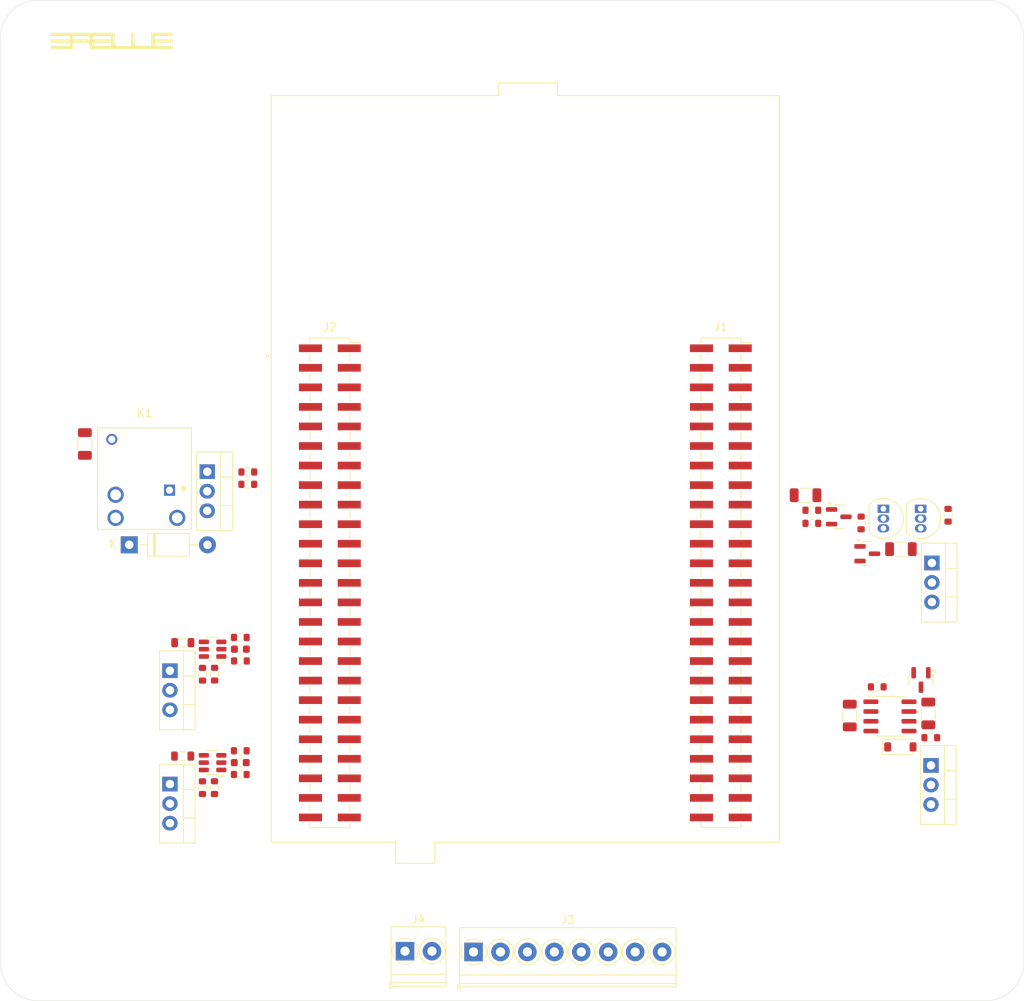
<source format=kicad_pcb>
(kicad_pcb (version 20240108) (generator "pcbnew") (generator_version "8.0")
  (layers (0 "F.Cu" signal) (31 "B.Cu" signal) (34 "B.Paste" user) (35 "F.Paste" user) (36 "B.SilkS" user "B.Silkscreen") (37 "F.SilkS" user "F.Silkscreen") (38 "B.Mask" user) (39 "F.Mask" user) (44 "Edge.Cuts" user))
  (net 0 "")
  (net 1 "+12V")
  (net 2 "GND")
  (net 3 "PA10")
  (net 4 "Net-(D4-K)")
  (net 5 "Net-(Q22-C)")
  (net 6 "Net-(D1-A)")
  (net 7 "PA8")
  (net 8 "PB1")
  (net 9 "PB0")
  (net 10 "LOAD1")
  (net 12 "LOAD8")
  (net 13 "+5V")
  (net 14 "LOAD2")
  (net 15 "Net-(Q3-G)")
  (net 16 "LOAD3")
  (net 17 "LOAD4")
  (net 18 "Net-(Q4-G)")
  (net 19 "LOAD5")
  (net 20 "LOAD6")
  (net 21 "Net-(Q14-G)")
  (net 22 "Net-(Q21-E)")
  (net 23 "Net-(Q24-G)")
  (net 24 "LOAD7")
  (net 25 "Net-(U3-VSS)")
  (net 27 "Net-(U3-HS)")
  (net 28 "Net-(U4-GND)")
  (net 29 "Net-(U4-IN-)")
  (net 30 "Net-(U4-OUT_SRC)")
  (net 31 "Net-(U4-IN+)")
  (net 32 "Net-(U4-OUT_SNK)")
  (net 33 "Net-(U5-IN-)")
  (net 34 "Net-(U5-IN+)")
  (net 35 "Net-(U5-GND)")
  (net 36 "Net-(U5-OUT_SNK)")
  (net 37 "Net-(U5-OUT_SRC)")
  (net 38 "PA2")
  (net 39 "Net-(D2-K)")
  (net 40 "Net-(D2-A)")
  (net 41 "Net-(D3-A)")
  (net 42 "Net-(D3-K)")
  (net 43 "Net-(Q2-B)")
  (net 44 "Net-(Q2-C)")
  (net 45 "Net-(Q2-E)")
  (footprint "Package_TO_SOT_THT:TO-92_Inline" (layer "F.Cu") (at 283.755 133.42 -90)
    (property "Reference" "Q21")
    (property "Value" "2N3904")
    (pad "1" thru_hole rect (at 0 0 270) (size 1.05 1.5) (drill 0.75) (layers "*.Cu" "*.Mask") (net 22 "Net-(Q21-E)"))
    (pad "2" thru_hole oval (at 1.27 0 270) (size 1.05 1.5) (drill 0.75) (layers "*.Cu" "*.Mask") (net 44 "Net-(Q2-C)"))
    (pad "3" thru_hole oval (at 2.54 0 270) (size 1.05 1.5) (drill 0.75) (layers "*.Cu" "*.Mask") (net 4 "Net-(D4-K)"))
  )
  (footprint "Resistor_SMD:R_0603_1608Metric" (layer "F.Cu") (at 196.855 154.905 90)
    (property "Reference" "R14")
    (property "Value" "0.35")
    (pad "1" smd roundrect (at -0.825 0 90) (size 0.8 0.95) (layers "F.Cu" "F.Paste" "F.Mask") (net 18 "Net-(Q4-G)"))
    (pad "2" smd roundrect (at 0.825 0 90) (size 0.8 0.95) (layers "F.Cu" "F.Paste" "F.Mask") (net 36 "Net-(U5-OUT_SNK)"))
  )
  (footprint "Capacitor_SMD:C_1206_3216Metric" (layer "F.Cu") (at 273.635 131.66 180)
    (property "Reference" "C3")
    (property "Value" "220p")
    (pad "1" smd roundrect (at -1.475 0 180) (size 1.15 1.8) (layers "F.Cu" "F.Paste" "F.Mask") (roundrect_rratio 0.217391) (net 43 "Net-(Q2-B)"))
    (pad "2" smd roundrect (at 1.475 0 180) (size 1.15 1.8) (layers "F.Cu" "F.Paste" "F.Mask") (roundrect_rratio 0.217391) (net 3 "PA10"))
  )
  (footprint "Package_TO_SOT_SMD:SOT-23" (layer "F.Cu") (at 277.955 134.46)
    (property "Reference" "Q2")
    (property "Value" "MMBT2222A")
    (pad "1" smd roundrect (at -0.9375 -0.95) (size 1.475 0.6) (layers "F.Cu" "F.Paste" "F.Mask") (net 43 "Net-(Q2-B)"))
    (pad "2" smd roundrect (at -0.9375 0.95) (size 1.475 0.6) (layers "F.Cu" "F.Paste" "F.Mask") (net 45 "Net-(Q2-E)"))
    (pad "3" smd roundrect (at 0.9375 0) (size 1.475 0.6) (layers "F.Cu" "F.Paste" "F.Mask") (net 44 "Net-(Q2-C)"))
  )
  (footprint "Package_TO_SOT_THT:TO-220-3_Vertical" (layer "F.Cu") (at 191.055 169.19 -90)
    (property "Reference" "Q3")
    (property "Value" "IRLZ44N")
    (pad "1" thru_hole rect (at 0 0 270) (size 1.905 2) (drill 1.1) (layers "*.Cu" "*.Mask") (net 15 "Net-(Q3-G)"))
    (pad "2" thru_hole oval (at 2.54 0 270) (size 1.905 2) (drill 1.1) (layers "*.Cu" "*.Mask") (net 16 "LOAD3"))
    (pad "3" thru_hole oval (at 5.08 0 270) (size 1.905 2) (drill 1.1) (layers "*.Cu" "*.Mask") (net 2 "GND"))
  )
  (footprint "Capacitor_SMD:C_0603_1608Metric" (layer "F.Cu") (at 200.21 151.66)
    (property "Reference" "C4")
    (property "Value" "1u")
    (pad "1" smd roundrect (at -0.775 0) (size 0.9 0.95) (layers "F.Cu" "F.Paste" "F.Mask") (net 35 "Net-(U5-GND)"))
    (pad "2" smd roundrect (at 0.775 0) (size 0.9 0.95) (layers "F.Cu" "F.Paste" "F.Mask") (net 2 "GND"))
  )
  (footprint "Capacitor_SMD:C_1206_3216Metric" (layer "F.Cu") (at 180 125 -90)
    (property "Reference" "C1")
    (property "Value" "2u2")
    (pad "1" smd roundrect (at -1.475 0 270) (size 1.15 1.8) (layers "F.Cu" "F.Paste" "F.Mask") (roundrect_rratio 0.217391) (net 1 "+12V"))
    (pad "2" smd roundrect (at 1.475 0 270) (size 1.15 1.8) (layers "F.Cu" "F.Paste" "F.Mask") (roundrect_rratio 0.217391) (net 2 "GND"))
  )
  (footprint "Package_TO_SOT_THT:TO-220-3_Vertical" (layer "F.Cu") (at 195.9 128.6 -90)
    (property "Reference" "Q14")
    (property "Value" "IRLZ44N")
    (pad "1" thru_hole rect (at 0 0 270) (size 1.905 2) (drill 1.1) (layers "*.Cu" "*.Mask") (net 21 "Net-(Q14-G)"))
    (pad "2" thru_hole oval (at 2.54 0 270) (size 1.905 2) (drill 1.1) (layers "*.Cu" "*.Mask") (net 6 "Net-(D1-A)"))
    (pad "3" thru_hole oval (at 5.08 0 270) (size 1.905 2) (drill 1.1) (layers "*.Cu" "*.Mask") (net 2 "GND"))
  )
  (footprint "Resistor_SMD:R_0603_1608Metric" (layer "F.Cu") (at 200.1925 164.86)
    (property "Reference" "R2")
    (property "Value" "33k")
    (pad "1" smd roundrect (at -0.825 0) (size 0.8 0.95) (layers "F.Cu" "F.Paste" "F.Mask") (net 31 "Net-(U4-IN+)"))
    (pad "2" smd roundrect (at 0.825 0) (size 0.8 0.95) (layers "F.Cu" "F.Paste" "F.Mask") (net 2 "GND"))
  )
  (footprint "Resistor_SMD:R_0603_1608Metric" (layer "F.Cu") (at 274.455 133.61)
    (property "Reference" "R22")
    (property "Value" "2k2")
    (pad "1" smd roundrect (at -0.825 0) (size 0.8 0.95) (layers "F.Cu" "F.Paste" "F.Mask") (net 3 "PA10"))
    (pad "2" smd roundrect (at 0.825 0) (size 0.8 0.95) (layers "F.Cu" "F.Paste" "F.Mask") (net 43 "Net-(Q2-B)"))
  )
  (footprint "TerminalBlock_Phoenix:TerminalBlock_Phoenix_PT-1,5-2-3.5-H_1x02_P3.50mm_Horizontal" (layer "F.Cu") (at 221.6 190.9)
    (property "Reference" "J4" (at 1.75 -4.16 0) (layer "F.SilkS"))
    (property "Value" "Screw_Terminal_01x02")
    (pad "1" thru_hole rect (at 0 0) (size 2.4 2.4) (drill 1.2) (layers "*.Cu" "*.Mask") (net 13 "+5V"))
    (pad "2" thru_hole circle (at 3.5 0) (size 2.4 2.4) (drill 1.2) (layers "*.Cu" "*.Mask") (net 2 "GND"))
  )
  (footprint "Resistor_SMD:R_0603_1608Metric" (layer "F.Cu") (at 195.285 154.915 90)
    (property "Reference" "R13")
    (property "Value" "0.85")
    (pad "1" smd roundrect (at -0.825 0 90) (size 0.8 0.95) (layers "F.Cu" "F.Paste" "F.Mask") (net 18 "Net-(Q4-G)"))
    (pad "2" smd roundrect (at 0.825 0 90) (size 0.8 0.95) (layers "F.Cu" "F.Paste" "F.Mask") (net 37 "Net-(U5-OUT_SRC)"))
  )
  (footprint "Package_TO_SOT_THT:TO-220-3_Vertical" (layer "F.Cu") (at 191.055 154.46 -90)
    (property "Reference" "Q4")
    (property "Value" "IRLZ44N")
    (pad "1" thru_hole rect (at 0 0 270) (size 1.905 2) (drill 1.1) (layers "*.Cu" "*.Mask") (net 18 "Net-(Q4-G)"))
    (pad "2" thru_hole oval (at 2.54 0 270) (size 1.905 2) (drill 1.1) (layers "*.Cu" "*.Mask") (net 17 "LOAD4"))
    (pad "3" thru_hole oval (at 5.08 0 270) (size 1.905 2) (drill 1.1) (layers "*.Cu" "*.Mask") (net 2 "GND"))
  )
  (footprint "Resistor_SMD:R_0603_1608Metric" (layer "F.Cu") (at 201.17 130.24)
    (property "Reference" "R3")
    (property "Value" "10k")
    (pad "1" smd roundrect (at -0.825 0) (size 0.8 0.95) (layers "F.Cu" "F.Paste" "F.Mask") (net 21 "Net-(Q14-G)"))
    (pad "2" smd roundrect (at 0.825 0) (size 0.8 0.95) (layers "F.Cu" "F.Paste" "F.Mask") (net 2 "GND"))
  )
  (footprint "Connector_PinSocket_2.54mm:PinSocket_2x25_P2.54mm_Vertical_SMD" (layer "F.Cu") (at 262.6325 143.0425)
    (property "Reference" "J1" (at 0 -33.25 0) (layer "F.SilkS"))
    (property "Value" "Conn_02x25_Odd_Even")
    (pad "1" smd rect (at 2.52 -30.48) (size 3 1) (layers "F.Cu" "F.Paste" "F.Mask"))
    (pad "2" smd rect (at -2.52 -30.48) (size 3 1) (layers "F.Cu" "F.Paste" "F.Mask"))
    (pad "3" smd rect (at 2.52 -27.94) (size 3 1) (layers "F.Cu" "F.Paste" "F.Mask"))
    (pad "4" smd rect (at -2.52 -27.94) (size 3 1) (layers "F.Cu" "F.Paste" "F.Mask"))
    (pad "5" smd rect (at 2.52 -25.4) (size 3 1) (layers "F.Cu" "F.Paste" "F.Mask"))
    (pad "6" smd rect (at -2.52 -25.4) (size 3 1) (layers "F.Cu" "F.Paste" "F.Mask"))
    (pad "7" smd rect (at 2.52 -22.86) (size 3 1) (layers "F.Cu" "F.Paste" "F.Mask"))
    (pad "8" smd rect (at -2.52 -22.86) (size 3 1) (layers "F.Cu" "F.Paste" "F.Mask"))
    (pad "9" smd rect (at 2.52 -20.32) (size 3 1) (layers "F.Cu" "F.Paste" "F.Mask"))
    (pad "10" smd rect (at -2.52 -20.32) (size 3 1) (layers "F.Cu" "F.Paste" "F.Mask"))
    (pad "11" smd rect (at 2.52 -17.78) (size 3 1) (layers "F.Cu" "F.Paste" "F.Mask"))
    (pad "12" smd rect (at -2.52 -17.78) (size 3 1) (layers "F.Cu" "F.Paste" "F.Mask"))
    (pad "13" smd rect (at 2.52 -15.24) (size 3 1) (layers "F.Cu" "F.Paste" "F.Mask"))
    (pad "14" smd rect (at -2.52 -15.24) (size 3 1) (layers "F.Cu" "F.Paste" "F.Mask"))
    (pad "15" smd rect (at 2.52 -12.7) (size 3 1) (layers "F.Cu" "F.Paste" "F.Mask"))
    (pad "16" smd rect (at -2.52 -12.7) (size 3 1) (layers "F.Cu" "F.Paste" "F.Mask"))
    (pad "17" smd rect (at 2.52 -10.16) (size 3 1) (layers "F.Cu" "F.Paste" "F.Mask"))
    (pad "18" smd rect (at -2.52 -10.16) (size 3 1) (layers "F.Cu" "F.Paste" "F.Mask"))
    (pad "19" smd rect (at 2.52 -7.62) (size 3 1) (layers "F.Cu" "F.Paste" "F.Mask"))
    (pad "20" smd rect (at -2.52 -7.62) (size 3 1) (layers "F.Cu" "F.Paste" "F.Mask"))
    (pad "21" smd rect (at 2.52 -5.08) (size 3 1) (layers "F.Cu" "F.Paste" "F.Mask"))
    (pad "22" smd rect (at -2.52 -5.08) (size 3 1) (layers "F.Cu" "F.Paste" "F.Mask"))
    (pad "23" smd rect (at 2.52 -2.54) (size 3 1) (layers "F.Cu" "F.Paste" "F.Mask"))
    (pad "24" smd rect (at -2.52 -2.54) (size 3 1) (layers "F.Cu" "F.Paste" "F.Mask"))
    (pad "25" smd rect (at 2.52 0) (size 3 1) (layers "F.Cu" "F.Paste" "F.Mask"))
    (pad "26" smd rect (at -2.52 0) (size 3 1) (layers "F.Cu" "F.Paste" "F.Mask"))
    (pad "27" smd rect (at 2.52 2.54) (size 3 1) (layers "F.Cu" "F.Paste" "F.Mask"))
    (pad "28" smd rect (at -2.52 2.54) (size 3 1) (layers "F.Cu" "F.Paste" "F.Mask"))
    (pad "29" smd rect (at 2.52 5.08) (size 3 1) (layers "F.Cu" "F.Paste" "F.Mask"))
    (pad "30" smd rect (at -2.52 5.08) (size 3 1) (layers "F.Cu" "F.Paste" "F.Mask"))
    (pad "31" smd rect (at 2.52 7.62) (size 3 1) (layers "F.Cu" "F.Paste" "F.Mask"))
    (pad "32" smd rect (at -2.52 7.62) (size 3 1) (layers "F.Cu" "F.Paste" "F.Mask"))
    (pad "33" smd rect (at 2.52 10.16) (size 3 1) (layers "F.Cu" "F.Paste" "F.Mask"))
    (pad "34" smd rect (at -2.52 10.16) (size 3 1) (layers "F.Cu" "F.Paste" "F.Mask"))
    (pad "35" smd rect (at 2.52 12.7) (size 3 1) (layers "F.Cu" "F.Paste" "F.Mask"))
    (pad "36" smd rect (at -2.52 12.7) (size 3 1) (layers "F.Cu" "F.Paste" "F.Mask"))
    (pad "37" smd rect (at 2.52 15.24) (size 3 1) (layers "F.Cu" "F.Paste" "F.Mask"))
    (pad "38" smd rect (at -2.52 15.24) (size 3 1) (layers "F.Cu" "F.Paste" "F.Mask"))
    (pad "39" smd rect (at 2.52 17.78) (size 3 1) (layers "F.Cu" "F.Paste" "F.Mask"))
    (pad "40" smd rect (at -2.52 17.78) (size 3 1) (layers "F.Cu" "F.Paste" "F.Mask"))
    (pad "41" smd rect (at 2.52 20.32) (size 3 1) (layers "F.Cu" "F.Paste" "F.Mask"))
    (pad "42" smd rect (at -2.52 20.32) (size 3 1) (layers "F.Cu" "F.Paste" "F.Mask"))
    (pad "43" smd rect (at 2.52 22.86) (size 3 1) (layers "F.Cu" "F.Paste" "F.Mask"))
    (pad "44" smd rect (at -2.52 22.86) (size 3 1) (layers "F.Cu" "F.Paste" "F.Mask"))
    (pad "45" smd rect (at 2.52 25.4) (size 3 1) (layers "F.Cu" "F.Paste" "F.Mask"))
    (pad "46" smd rect (at -2.52 25.4) (size 3 1) (layers "F.Cu" "F.Paste" "F.Mask"))
    (pad "47" smd rect (at 2.52 27.94) (size 3 1) (layers "F.Cu" "F.Paste" "F.Mask"))
    (pad "48" smd rect (at -2.52 27.94) (size 3 1) (layers "F.Cu" "F.Paste" "F.Mask"))
    (pad "49" smd rect (at 2.52 30.48) (size 3 1) (layers "F.Cu" "F.Paste" "F.Mask"))
    (pad "50" smd rect (at -2.52 30.48) (size 3 1) (layers "F.Cu" "F.Paste" "F.Mask"))
  )
  (footprint "Resistor_SMD:R_0603_1608Metric" (layer "F.Cu") (at 200.1925 167.94)
    (property "Reference" "R4")
    (property "Value" "33k")
    (pad "1" smd roundrect (at -0.825 0) (size 0.8 0.95) (layers "F.Cu" "F.Paste" "F.Mask") (net 29 "Net-(U4-IN-)"))
    (pad "2" smd roundrect (at 0.825 0) (size 0.8 0.95) (layers "F.Cu" "F.Paste" "F.Mask") (net 9 "PB0"))
  )
  (footprint "Package_TO_SOT_SMD:SOT-23-6" (layer "F.Cu") (at 196.6 151.66 180)
    (property "Reference" "U5")
    (property "Value" "1EDN7550B")
    (pad "1" smd roundrect (at -1.1375 -0.95 180) (size 1.325 0.6) (layers "F.Cu" "F.Paste" "F.Mask") (net 33 "Net-(U5-IN-)"))
    (pad "2" smd roundrect (at -1.1375 0 180) (size 1.325 0.6) (layers "F.Cu" "F.Paste" "F.Mask") (net 35 "Net-(U5-GND)"))
    (pad "3" smd roundrect (at -1.1375 0.95 180) (size 1.325 0.6) (layers "F.Cu" "F.Paste" "F.Mask") (net 34 "Net-(U5-IN+)"))
    (pad "4" smd roundrect (at 1.1375 0.95 180) (size 1.325 0.6) (layers "F.Cu" "F.Paste" "F.Mask") (net 2 "GND"))
    (pad "5" smd roundrect (at 1.1375 0 180) (size 1.325 0.6) (layers "F.Cu" "F.Paste" "F.Mask") (net 37 "Net-(U5-OUT_SRC)"))
    (pad "6" smd roundrect (at 1.1375 -0.95 180) (size 1.325 0.6) (layers "F.Cu" "F.Paste" "F.Mask") (net 36 "Net-(U5-OUT_SNK)"))
  )
  (footprint "test:V23086C1001A403" (layer "F.Cu") (at 187.75 129.5)
    (property "Reference" "K1" (at 0 -8.5 0) (layer "F.SilkS") (effects (font (size 1.003953 1.003953))))
    (property "Value" "V23086C1001A403")
    (pad "1" thru_hole rect (at 3.25 1.5) (size 1.438 1.438) (drill 0.93) (layers "*.Cu" "*.Mask") (net 6 "Net-(D1-A)"))
    (pad "2" thru_hole circle (at -4.25 -5.1) (size 1.438 1.438) (drill 0.93) (layers "*.Cu" "*.Mask") (net 1 "+12V"))
    (pad "3" thru_hole circle (at -3.75 5.1) (size 2.1 2.1) (drill 1.4) (layers "*.Cu" "*.Mask"))
    (pad "4" thru_hole circle (at 4.25 5.1) (size 2.1 2.1) (drill 1.4) (layers "*.Cu" "*.Mask") (net 1 "+12V"))
    (pad "5" thru_hole circle (at -3.75 2.1) (size 2.1 2.1) (drill 1.4) (layers "*.Cu" "*.Mask") (net 12 "LOAD8"))
  )
  (footprint "Connector_PinSocket_2.54mm:PinSocket_2x25_P2.54mm_Vertical_SMD" (layer "F.Cu") (at 211.8325 143.0425)
    (property "Reference" "J2" (at 0 -33.25 0) (layer "F.SilkS"))
    (property "Value" "Conn_02x25_Odd_Even")
    (pad "1" smd rect (at 2.52 -30.48) (size 3 1) (layers "F.Cu" "F.Paste" "F.Mask"))
    (pad "2" smd rect (at -2.52 -30.48) (size 3 1) (layers "F.Cu" "F.Paste" "F.Mask"))
    (pad "3" smd rect (at 2.52 -27.94) (size 3 1) (layers "F.Cu" "F.Paste" "F.Mask"))
    (pad "4" smd rect (at -2.52 -27.94) (size 3 1) (layers "F.Cu" "F.Paste" "F.Mask"))
    (pad "5" smd rect (at 2.52 -25.4) (size 3 1) (layers "F.Cu" "F.Paste" "F.Mask"))
    (pad "6" smd rect (at -2.52 -25.4) (size 3 1) (layers "F.Cu" "F.Paste" "F.Mask"))
    (pad "7" smd rect (at 2.52 -22.86) (size 3 1) (layers "F.Cu" "F.Paste" "F.Mask"))
    (pad "8" smd rect (at -2.52 -22.86) (size 3 1) (layers "F.Cu" "F.Paste" "F.Mask"))
    (pad "9" smd rect (at 2.52 -20.32) (size 3 1) (layers "F.Cu" "F.Paste" "F.Mask"))
    (pad "10" smd rect (at -2.52 -20.32) (size 3 1) (layers "F.Cu" "F.Paste" "F.Mask"))
    (pad "11" smd rect (at 2.52 -17.78) (size 3 1) (layers "F.Cu" "F.Paste" "F.Mask"))
    (pad "12" smd rect (at -2.52 -17.78) (size 3 1) (layers "F.Cu" "F.Paste" "F.Mask"))
    (pad "13" smd rect (at 2.52 -15.24) (size 3 1) (layers "F.Cu" "F.Paste" "F.Mask"))
    (pad "14" smd rect (at -2.52 -15.24) (size 3 1) (layers "F.Cu" "F.Paste" "F.Mask"))
    (pad "15" smd rect (at 2.52 -12.7) (size 3 1) (layers "F.Cu" "F.Paste" "F.Mask"))
    (pad "16" smd rect (at -2.52 -12.7) (size 3 1) (layers "F.Cu" "F.Paste" "F.Mask"))
    (pad "17" smd rect (at 2.52 -10.16) (size 3 1) (layers "F.Cu" "F.Paste" "F.Mask"))
    (pad "18" smd rect (at -2.52 -10.16) (size 3 1) (layers "F.Cu" "F.Paste" "F.Mask"))
    (pad "19" smd rect (at 2.52 -7.62) (size 3 1) (layers "F.Cu" "F.Paste" "F.Mask"))
    (pad "20" smd rect (at -2.52 -7.62) (size 3 1) (layers "F.Cu" "F.Paste" "F.Mask"))
    (pad "21" smd rect (at 2.52 -5.08) (size 3 1) (layers "F.Cu" "F.Paste" "F.Mask"))
    (pad "22" smd rect (at -2.52 -5.08) (size 3 1) (layers "F.Cu" "F.Paste" "F.Mask"))
    (pad "23" smd rect (at 2.52 -2.54) (size 3 1) (layers "F.Cu" "F.Paste" "F.Mask"))
    (pad "24" smd rect (at -2.52 -2.54) (size 3 1) (layers "F.Cu" "F.Paste" "F.Mask"))
    (pad "25" smd rect (at 2.52 0) (size 3 1) (layers "F.Cu" "F.Paste" "F.Mask"))
    (pad "26" smd rect (at -2.52 0) (size 3 1) (layers "F.Cu" "F.Paste" "F.Mask"))
    (pad "27" smd rect (at 2.52 2.54) (size 3 1) (layers "F.Cu" "F.Paste" "F.Mask"))
    (pad "28" smd rect (at -2.52 2.54) (size 3 1) (layers "F.Cu" "F.Paste" "F.Mask"))
    (pad "29" smd rect (at 2.52 5.08) (size 3 1) (layers "F.Cu" "F.Paste" "F.Mask"))
    (pad "30" smd rect (at -2.52 5.08) (size 3 1) (layers "F.Cu" "F.Paste" "F.Mask"))
    (pad "31" smd rect (at 2.52 7.62) (size 3 1) (layers "F.Cu" "F.Paste" "F.Mask"))
    (pad "32" smd rect (at -2.52 7.62) (size 3 1) (layers "F.Cu" "F.Paste" "F.Mask"))
    (pad "33" smd rect (at 2.52 10.16) (size 3 1) (layers "F.Cu" "F.Paste" "F.Mask"))
    (pad "34" smd rect (at -2.52 10.16) (size 3 1) (layers "F.Cu" "F.Paste" "F.Mask"))
    (pad "35" smd rect (at 2.52 12.7) (size 3 1) (layers "F.Cu" "F.Paste" "F.Mask"))
    (pad "36" smd rect (at -2.52 12.7) (size 3 1) (layers "F.Cu" "F.Paste" "F.Mask"))
    (pad "37" smd rect (at 2.52 15.24) (size 3 1) (layers "F.Cu" "F.Paste" "F.Mask"))
    (pad "38" smd rect (at -2.52 15.24) (size 3 1) (layers "F.Cu" "F.Paste" "F.Mask"))
    (pad "39" smd rect (at 2.52 17.78) (size 3 1) (layers "F.Cu" "F.Paste" "F.Mask"))
    (pad "40" smd rect (at -2.52 17.78) (size 3 1) (layers "F.Cu" "F.Paste" "F.Mask"))
    (pad "41" smd rect (at 2.52 20.32) (size 3 1) (layers "F.Cu" "F.Paste" "F.Mask"))
    (pad "42" smd rect (at -2.52 20.32) (size 3 1) (layers "F.Cu" "F.Paste" "F.Mask"))
    (pad "43" smd rect (at 2.52 22.86) (size 3 1) (layers "F.Cu" "F.Paste" "F.Mask"))
    (pad "44" smd rect (at -2.52 22.86) (size 3 1) (layers "F.Cu" "F.Paste" "F.Mask"))
    (pad "45" smd rect (at 2.52 25.4) (size 3 1) (layers "F.Cu" "F.Paste" "F.Mask"))
    (pad "46" smd rect (at -2.52 25.4) (size 3 1) (layers "F.Cu" "F.Paste" "F.Mask"))
    (pad "47" smd rect (at 2.52 27.94) (size 3 1) (layers "F.Cu" "F.Paste" "F.Mask"))
    (pad "48" smd rect (at -2.52 27.94) (size 3 1) (layers "F.Cu" "F.Paste" "F.Mask"))
    (pad "49" smd rect (at 2.52 30.48) (size 3 1) (layers "F.Cu" "F.Paste" "F.Mask"))
    (pad "50" smd rect (at -2.52 30.48) (size 3 1) (layers "F.Cu" "F.Paste" "F.Mask"))
  )
  (footprint "Inductor_SMD:L_0805_2012Metric" (layer "F.Cu") (at 192.705 165.55)
    (property "Reference" "FB1")
    (property "Value" "600R at 100MHz")
    (pad "1" smd roundrect (at -1.0625 0) (size 0.875 1.2) (layers "F.Cu" "F.Paste" "F.Mask") (net 1 "+12V"))
    (pad "2" smd roundrect (at 1.0625 0) (size 0.875 1.2) (layers "F.Cu" "F.Paste" "F.Mask") (net 2 "GND"))
  )
  (footprint "Package_TO_SOT_THT:TO-92_Inline" (layer "F.Cu") (at 288.595 133.42 -90)
    (property "Reference" "Q22")
    (property "Value" "2N3906")
    (pad "1" thru_hole rect (at 0 0 270) (size 1.05 1.5) (drill 0.75) (layers "*.Cu" "*.Mask") (net 22 "Net-(Q21-E)"))
    (pad "2" thru_hole oval (at 1.27 0 270) (size 1.05 1.5) (drill 0.75) (layers "*.Cu" "*.Mask") (net 44 "Net-(Q2-C)"))
    (pad "3" thru_hole oval (at 2.54 0 270) (size 1.05 1.5) (drill 0.75) (layers "*.Cu" "*.Mask") (net 5 "Net-(Q22-C)"))
  )
  (footprint "Capacitor_SMD:C_0603_1608Metric" (layer "F.Cu") (at 200.1925 166.4)
    (property "Reference" "C2")
    (property "Value" "1u")
    (pad "1" smd roundrect (at -0.775 0) (size 0.9 0.95) (layers "F.Cu" "F.Paste" "F.Mask") (net 28 "Net-(U4-GND)"))
    (pad "2" smd roundrect (at 0.775 0) (size 0.9 0.95) (layers "F.Cu" "F.Paste" "F.Mask") (net 2 "GND"))
  )
  (footprint "Resistor_SMD:R_0603_1608Metric" (layer "F.Cu") (at 292.155 134.26 90)
    (property "Reference" "R28")
    (property "Value" "10")
    (pad "1" smd roundrect (at -0.825 0 90) (size 0.8 0.95) (layers "F.Cu" "F.Paste" "F.Mask") (net 23 "Net-(Q24-G)"))
    (pad "2" smd roundrect (at 0.825 0 90) (size 0.8 0.95) (layers "F.Cu" "F.Paste" "F.Mask") (net 22 "Net-(Q21-E)"))
  )
  (footprint "Resistor_SMD:R_0603_1608Metric" (layer "F.Cu") (at 289.905 163.16)
    (property "Reference" "R6")
    (property "Value" "10")
    (pad "1" smd roundrect (at -0.825 0) (size 0.8 0.95) (layers "F.Cu" "F.Paste" "F.Mask") (net 41 "Net-(D3-A)"))
    (pad "2" smd roundrect (at 0.825 0) (size 0.8 0.95) (layers "F.Cu" "F.Paste" "F.Mask") (net 42 "Net-(D3-K)"))
  )
  (footprint "Resistor_SMD:R_0603_1608Metric" (layer "F.Cu") (at 282.955 156.56)
    (property "Reference" "R5")
    (property "Value" "2.2")
    (pad "1" smd roundrect (at -0.825 0) (size 0.8 0.95) (layers "F.Cu" "F.Paste" "F.Mask") (net 1 "+12V"))
    (pad "2" smd roundrect (at 0.825 0) (size 0.8 0.95) (layers "F.Cu" "F.Paste" "F.Mask") (net 40 "Net-(D2-A)"))
  )
  (footprint "Capacitor_SMD:C_1206_3216Metric" (layer "F.Cu") (at 289.58 160.01 90)
    (property "Reference" "C7")
    (property "Value" "0.22u")
    (pad "1" smd roundrect (at -1.475 0 90) (size 1.15 1.8) (layers "F.Cu" "F.Paste" "F.Mask") (roundrect_rratio 0.217391) (net 39 "Net-(D2-K)"))
    (pad "2" smd roundrect (at 1.475 0 90) (size 1.15 1.8) (layers "F.Cu" "F.Paste" "F.Mask") (roundrect_rratio 0.217391) (net 27 "Net-(U3-HS)"))
  )
  (footprint "Package_TO_SOT_SMD:SOT-23" (layer "F.Cu") (at 288.635 155.66 -90)
    (property "Reference" "D2")
    (property "Value" "BAS16")
    (pad "1" smd roundrect (at -0.9375 -0.95 270) (size 1.475 0.6) (layers "F.Cu" "F.Paste" "F.Mask") (net 39 "Net-(D2-K)"))
    (pad "2" smd roundrect (at -0.9375 0.95 270) (size 1.475 0.6) (layers "F.Cu" "F.Paste" "F.Mask") (net 40 "Net-(D2-A)"))
    (pad "3" smd roundrect (at 0.9375 0 270) (size 1.475 0.6) (layers "F.Cu" "F.Paste" "F.Mask"))
  )
  (footprint "MkulickLIB:disc1mod" (layer "F.Cu") (at 240.2125 70.49)
    (property "Reference" "U1" (hide yes))
    (property "Value" "STM32F407G-DISC1" (hide yes))
  )
  (footprint "Resistor_SMD:R_0603_1608Metric" (layer "F.Cu") (at 280.855 135.26 -90)
    (property "Reference" "R25")
    (property "Value" "2k2")
    (pad "1" smd roundrect (at -0.825 0 270) (size 0.8 0.95) (layers "F.Cu" "F.Paste" "F.Mask") (net 44 "Net-(Q2-C)"))
    (pad "2" smd roundrect (at 0.825 0 270) (size 0.8 0.95) (layers "F.Cu" "F.Paste" "F.Mask") (net 4 "Net-(D4-K)"))
  )
  (footprint "Resistor_SMD:R_0603_1608Metric" (layer "F.Cu") (at 201.17 128.64 180)
    (property "Reference" "R1")
    (property "Value" "100")
    (pad "1" smd roundrect (at -0.825 0 180) (size 0.8 0.95) (layers "F.Cu" "F.Paste" "F.Mask") (net 38 "PA2"))
    (pad "2" smd roundrect (at 0.825 0 180) (size 0.8 0.95) (layers "F.Cu" "F.Paste" "F.Mask") (net 21 "Net-(Q14-G)"))
  )
  (footprint "Resistor_SMD:R_0603_1608Metric" (layer "F.Cu") (at 200.21 153.19)
    (property "Reference" "R12")
    (property "Value" "33k")
    (pad "1" smd roundrect (at -0.825 0) (size 0.8 0.95) (layers "F.Cu" "F.Paste" "F.Mask") (net 33 "Net-(U5-IN-)"))
    (pad "2" smd roundrect (at 0.825 0) (size 0.8 0.95) (layers "F.Cu" "F.Paste" "F.Mask") (net 8 "PB1"))
  )
  (footprint "Package_TO_SOT_SMD:SOT-23" (layer "F.Cu") (at 281.655 139.26)
    (property "Reference" "D4")
    (property "Value" "BAS16")
    (pad "1" smd roundrect (at -0.9375 -0.95) (size 1.475 0.6) (layers "F.Cu" "F.Paste" "F.Mask") (net 4 "Net-(D4-K)"))
    (pad "2" smd roundrect (at -0.9375 0.95) (size 1.475 0.6) (layers "F.Cu" "F.Paste" "F.Mask") (net 1 "+12V"))
    (pad "3" smd roundrect (at 0.9375 0) (size 1.475 0.6) (layers "F.Cu" "F.Paste" "F.Mask"))
  )
  (footprint "Inductor_SMD:L_0805_2012Metric" (layer "F.Cu") (at 192.7225 150.81)
    (property "Reference" "FB2")
    (property "Value" "600R at 100MHz")
    (pad "1" smd roundrect (at -1.0625 0) (size 0.875 1.2) (layers "F.Cu" "F.Paste" "F.Mask") (net 1 "+12V"))
    (pad "2" smd roundrect (at 1.0625 0) (size 0.875 1.2) (layers "F.Cu" "F.Paste" "F.Mask") (net 2 "GND"))
  )
  (footprint "Resistor_SMD:R_0603_1608Metric" (layer "F.Cu") (at 200.2 150.13)
    (property "Reference" "R11")
    (property "Value" "33k")
    (pad "1" smd roundrect (at -0.825 0) (size 0.8 0.95) (layers "F.Cu" "F.Paste" "F.Mask") (net 34 "Net-(U5-IN+)"))
    (pad "2" smd roundrect (at 0.825 0) (size 0.8 0.95) (layers "F.Cu" "F.Paste" "F.Mask") (net 2 "GND"))
  )
  (footprint "Package_TO_SOT_THT:TO-220-3_Vertical" (layer "F.Cu") (at 290.055 140.46 -90)
    (property "Reference" "Q24")
    (property "Value" "IRLZ44N")
    (pad "1" thru_hole rect (at 0 0 270) (size 1.905 2) (drill 1.1) (layers "*.Cu" "*.Mask") (net 23 "Net-(Q24-G)"))
    (pad "2" thru_hole oval (at 2.54 0 270) (size 1.905 2) (drill 1.1) (layers "*.Cu" "*.Mask") (net 1 "+12V"))
    (pad "3" thru_hole oval (at 5.08 0 270) (size 1.905 2) (drill 1.1) (layers "*.Cu" "*.Mask") (net 24 "LOAD7"))
  )
  (footprint "Diode_THT:D_DO-41_SOD81_P10.16mm_Horizontal" (layer "F.Cu") (at 185.77 138.1)
    (property "Reference" "D1")
    (property "Value" "SB140")
    (fp_text user "K" (at -2.12 -0.1 0) (layer "F.SilkS"))
    (pad "1" thru_hole rect (at 0 0) (size 2.2 2.2) (drill 1.1) (layers "*.Cu" "*.Mask") (net 1 "+12V"))
    (pad "2" thru_hole oval (at 10.16 0) (size 2.2 2.2) (drill 1.1) (layers "*.Cu" "*.Mask") (net 6 "Net-(D1-A)"))
  )
  (footprint "Package_SO:SOIC-8_3.9x4.9mm_P1.27mm" (layer "F.Cu") (at 284.605 160.395)
    (property "Reference" "U3")
    (property "Value" "LM5109BMA")
    (pad "1" smd roundrect (at -2.475 -1.905) (size 1.95 0.6) (layers "F.Cu" "F.Paste" "F.Mask") (net 1 "+12V"))
    (pad "2" smd roundrect (at -2.475 -0.635) (size 1.95 0.6) (layers "F.Cu" "F.Paste" "F.Mask") (net 7 "PA8"))
    (pad "3" smd roundrect (at -2.475 0.635) (size 1.95 0.6) (layers "F.Cu" "F.Paste" "F.Mask") (net 2 "GND"))
    (pad "4" smd roundrect (at -2.475 1.905) (size 1.95 0.6) (layers "F.Cu" "F.Paste" "F.Mask") (net 25 "Net-(U3-VSS)"))
    (pad "5" smd roundrect (at 2.475 1.905) (size 1.95 0.6) (layers "F.Cu" "F.Paste" "F.Mask"))
    (pad "6" smd roundrect (at 2.475 0.635) (size 1.95 0.6) (layers "F.Cu" "F.Paste" "F.Mask") (net 27 "Net-(U3-HS)"))
    (pad "7" smd roundrect (at 2.475 -0.635) (size 1.95 0.6) (layers "F.Cu" "F.Paste" "F.Mask") (net 42 "Net-(D3-K)"))
    (pad "8" smd roundrect (at 2.475 -1.905) (size 1.95 0.6) (layers "F.Cu" "F.Paste" "F.Mask") (net 39 "Net-(D2-K)"))
  )
  (footprint "Package_TO_SOT_SMD:SOT-23-6" (layer "F.Cu") (at 196.595 166.4 180)
    (property "Reference" "U4")
    (property "Value" "1EDN7550B")
    (pad "1" smd roundrect (at -1.1375 -0.95 180) (size 1.325 0.6) (layers "F.Cu" "F.Paste" "F.Mask") (net 29 "Net-(U4-IN-)"))
    (pad "2" smd roundrect (at -1.1375 0 180) (size 1.325 0.6) (layers "F.Cu" "F.Paste" "F.Mask") (net 28 "Net-(U4-GND)"))
    (pad "3" smd roundrect (at -1.1375 0.95 180) (size 1.325 0.6) (layers "F.Cu" "F.Paste" "F.Mask") (net 31 "Net-(U4-IN+)"))
    (pad "4" smd roundrect (at 1.1375 0.95 180) (size 1.325 0.6) (layers "F.Cu" "F.Paste" "F.Mask") (net 2 "GND"))
    (pad "5" smd roundrect (at 1.1375 0 180) (size 1.325 0.6) (layers "F.Cu" "F.Paste" "F.Mask") (net 30 "Net-(U4-OUT_SRC)"))
    (pad "6" smd roundrect (at 1.1375 -0.95 180) (size 1.325 0.6) (layers "F.Cu" "F.Paste" "F.Mask") (net 32 "Net-(U4-OUT_SNK)"))
  )
  (footprint "Capacitor_SMD:C_1206_3216Metric" (layer "F.Cu") (at 279.38 160.28 -90)
    (property "Reference" "C6")
    (property "Value" "1u")
    (pad "1" smd roundrect (at -1.475 0 270) (size 1.15 1.8) (layers "F.Cu" "F.Paste" "F.Mask") (roundrect_rratio 0.217391) (net 1 "+12V"))
    (pad "2" smd roundrect (at 1.475 0 270) (size 1.15 1.8) (layers "F.Cu" "F.Paste" "F.Mask") (roundrect_rratio 0.217391) (net 25 "Net-(U3-VSS)"))
  )
  (footprint "TerminalBlock_Phoenix:TerminalBlock_Phoenix_PT-1,5-8-3.5-H_1x08_P3.50mm_Horizontal" (layer "F.Cu") (at 230.5 191)
    (property "Reference" "J3" (at 12.25 -4.16 0) (layer "F.SilkS"))
    (property "Value" "Screw_Terminal_01x08")
    (pad "1" thru_hole rect (at 0 0) (size 2.4 2.4) (drill 1.2) (layers "*.Cu" "*.Mask") (net 10 "LOAD1"))
    (pad "2" thru_hole circle (at 3.5 0) (size 2.4 2.4) (drill 1.2) (layers "*.Cu" "*.Mask") (net 14 "LOAD2"))
    (pad "3" thru_hole circle (at 7 0) (size 2.4 2.4) (drill 1.2) (layers "*.Cu" "*.Mask") (net 24 "LOAD7"))
    (pad "4" thru_hole circle (at 10.5 0) (size 2.4 2.4) (drill 1.2) (layers "*.Cu" "*.Mask") (net 16 "LOAD3"))
    (pad "5" thru_hole circle (at 14 0) (size 2.4 2.4) (drill 1.2) (layers "*.Cu" "*.Mask") (net 17 "LOAD4"))
    (pad "6" thru_hole circle (at 17.5 0) (size 2.4 2.4) (drill 1.2) (layers "*.Cu" "*.Mask") (net 19 "LOAD5"))
    (pad "7" thru_hole circle (at 21 0) (size 2.4 2.4) (drill 1.2) (layers "*.Cu" "*.Mask") (net 20 "LOAD6"))
    (pad "8" thru_hole circle (at 24.5 0) (size 2.4 2.4) (drill 1.2) (layers "*.Cu" "*.Mask") (net 12 "LOAD8"))
  )
  (footprint "Diode_SMD:D_SOD-123" (layer "F.Cu") (at 285.955 164.36)
    (property "Reference" "D3")
    (property "Value" "1N4148W")
    (pad "1" smd roundrect (at -1.65 0) (size 0.9 1.2) (layers "F.Cu" "F.Paste" "F.Mask") (net 42 "Net-(D3-K)"))
    (pad "2" smd roundrect (at 1.65 0) (size 0.9 1.2) (layers "F.Cu" "F.Paste" "F.Mask") (net 41 "Net-(D3-A)"))
  )
  (footprint "Resistor_SMD:R_0603_1608Metric" (layer "F.Cu") (at 195.2775 169.655 90)
    (property "Reference" "R10")
    (property "Value" "0.35")
    (pad "1" smd roundrect (at -0.825 0 90) (size 0.8 0.95) (layers "F.Cu" "F.Paste" "F.Mask") (net 15 "Net-(Q3-G)"))
    (pad "2" smd roundrect (at 0.825 0 90) (size 0.8 0.95) (layers "F.Cu" "F.Paste" "F.Mask") (net 32 "Net-(U4-OUT_SNK)"))
  )
  (footprint "Resistor_SMD:R_0603_1608Metric" (layer "F.Cu") (at 274.455 135.31)
    (property "Reference" "R26")
    (property "Value" "100")
    (pad "1" smd roundrect (at -0.825 0) (size 0.8 0.95) (layers "F.Cu" "F.Paste" "F.Mask") (net 2 "GND"))
    (pad "2" smd roundrect (at 0.825 0) (size 0.8 0.95) (layers "F.Cu" "F.Paste" "F.Mask") (net 45 "Net-(Q2-E)"))
  )
  (footprint "Capacitor_SMD:C_1206_3216Metric" (layer "F.Cu") (at 286.03 138.66)
    (property "Reference" "C5")
    (property "Value" "100n")
    (pad "1" smd roundrect (at -1.475 0) (size 1.15 1.8) (layers "F.Cu" "F.Paste" "F.Mask") (roundrect_rratio 0.217391) (net 4 "Net-(D4-K)"))
    (pad "2" smd roundrect (at 1.475 0) (size 1.15 1.8) (layers "F.Cu" "F.Paste" "F.Mask") (roundrect_rratio 0.217391) (net 5 "Net-(Q22-C)"))
  )
  (footprint "Resistor_SMD:R_0603_1608Metric" (layer "F.Cu") (at 196.8375 169.65 90)
    (property "Reference" "R9")
    (property "Value" "0.85")
    (pad "1" smd roundrect (at -0.825 0 90) (size 0.8 0.95) (layers "F.Cu" "F.Paste" "F.Mask") (net 15 "Net-(Q3-G)"))
    (pad "2" smd roundrect (at 0.825 0 90) (size 0.8 0.95) (layers "F.Cu" "F.Paste" "F.Mask") (net 30 "Net-(U4-OUT_SRC)"))
  )
  (footprint "Package_TO_SOT_THT:TO-220-3_Vertical" (layer "F.Cu") (at 289.935 166.76 -90)
    (property "Reference" "Q1")
    (property "Value" "IRLZ44N")
    (pad "1" thru_hole rect (at 0 0 270) (size 1.905 2) (drill 1.1) (layers "*.Cu" "*.Mask") (net 41 "Net-(D3-A)"))
    (pad "2" thru_hole oval (at 2.54 0 270) (size 1.905 2) (drill 1.1) (layers "*.Cu" "*.Mask") (net 13 "+5V"))
    (pad "3" thru_hole oval (at 5.08 0 270) (size 1.905 2) (drill 1.1) (layers "*.Cu" "*.Mask") (net 10 "LOAD1"))
  )
  (gr_poly (pts (xy 183.853815 72.706278) (xy 183.854566 72.736133) (xy 183.856797 72.765596) (xy 183.860471 72.794632) (xy 183.865551 72.823203) (xy 183.872001 72.851273) (xy 183.879786 72.878805) (xy 183.888868 72.905764) (xy 183.899211 72.932112) (xy 183.91078 72.957814) (xy 183.923537 72.982832) (xy 183.937447 73.00713) (xy 183.952474 73.030672) (xy 183.96858 73.053421) (xy 183.98573 73.075341) (xy 184.003887 73.096396) (xy 184.023015 73.116548) (xy 184.043079 73.135761) (xy 184.06404 73.153999) (xy 184.085865 73.171225) (xy 184.108515 73.187404) (xy 184.131954 73.202497) (xy 184.156147 73.21647) (xy 184.181058 73.229285) (xy 184.206649 73.240906) (xy 184.232884 73.251296) (xy 184.259728 73.26042) (xy 184.287144 73.268239) (xy 184.315095 73.274719) (xy 184.343546 73.279823) (xy 184.37246 73.283513) (xy 184.401801 73.285754) (xy 184.431532 73.286509) (xy 186.019958 73.286509) (xy 186.019958 71.561823) (xy 186.450435 71.561823) (xy 186.450435 72.706278) (xy 186.451186 72.736133) (xy 186.453417 72.765596) (xy 186.457091 72.794632) (xy 186.462171 72.823203) (xy 186.468621 72.851273) (xy 186.476406 72.878805) (xy 186.485488 72.905764) (xy 186.495832 72.932112) (xy 186.5074 72.957814) (xy 186.520158 72.982832) (xy 186.534068 73.00713) (xy 186.549094 73.030672) (xy 186.5652 73.053421) (xy 186.58235 73.075341) (xy 186.600507 73.096396) (xy 186.619636 73.116548) (xy 186.639699 73.135761) (xy 186.660661 73.153999) (xy 186.682485 73.171225) (xy 186.705135 73.187404) (xy 186.728575 73.202497) (xy 186.752768 73.21647) (xy 186.777678 73.229285) (xy 186.803269 73.240906) (xy 186.829505 73.251296) (xy 186.856348 73.26042) (xy 186.883764 73.268239) (xy 186.911716 73.274719) (xy 186.940166 73.279823) (xy 186.96908 73.283513) (xy 186.998421 73.285754) (xy 187.028152 73.286509) (xy 188.616578 73.286509) (xy 188.616578 71.561823) (xy 191.43082 71.561823) (xy 191.43082 71.994152) (xy 189.259649 71.994152) (xy 189.248715 71.99443) (xy 189.237923 71.995254) (xy 189.227286 71.996611) (xy 189.216818 71.998487) (xy 189.206533 72.00087) (xy 189.196444 72.003745) (xy 189.186564 72.007101) (xy 189.176907 72.010922) (xy 189.167486 72.015197) (xy 189.158315 72.01991) (xy 189.149407 72.02505) (xy 189.140775 72.030603) (xy 189.132434 72.036556) (xy 189.124396 72.042894) (xy 189.116674 72.049606) (xy 189.109284 72.056677) (xy 189.102236 72.064093) (xy 189.095547 72.071843) (xy 189.089227 72.079912) (xy 189.083292 72.088287) (xy 189.077755 72.096955) (xy 189.072628 72.105902) (xy 189.067926 72.115116) (xy 189.063662 72.124581) (xy 189.059849 72.134287) (xy 189.0565 72.144218) (xy 189.05363 72.154362) (xy 189.051252 72.164705) (xy 189.049379 72.175234) (xy 189.048024 72.185936) (xy 189.047202 72.196796) (xy 189.046925 72.207803) (xy 189.046925 72.212566) (xy 189.047201 72.223549) (xy 189.04802 72.23439) (xy 189.049369 72.245074) (xy 189.051236 72.255588) (xy 189.053606 72.265919) (xy 189.056466 72.276053) (xy 189.059804 72.285976) (xy 189.063606 72.295676) (xy 189.067858 72.305138) (xy 189.072548 72.314349) (xy 189.077662 72.323296) (xy 189.083187 72.331965) (xy 189.08911 72.340343) (xy 189.095418 72.348416) (xy 189.102097 72.35617) (xy 189.109134 72.363593) (xy 189.116516 72.370671) (xy 189.12423 72.377389) (xy 189.132263 72.383735) (xy 189.1406 72.389696) (xy 189.14923 72.395257) (xy 189.158139 72.400405) (xy 189.167313 72.405127) (xy 189.176739 72.409409) (xy 189.186405 72.413238) (xy 189.196296 72.416601) (xy 189.2064 72.419483) (xy 189.216704 72.421871) (xy 189.227194 72.423752) (xy 189.237857 72.425112) (xy 189.24868 72.425938) (xy 189.259649 72.426217) (xy 191.43082 72.426217) (xy 191.43082 72.858546) (xy 189.259649 72.858546) (xy 189.248715 72.858824) (xy 189.237923 72.85965) (xy 189.227286 72.861011) (xy 189.216818 72.862892) (xy 189.206533 72.86528) (xy 189.196444 72.868162) (xy 189.186564 72.871524) (xy 189.176907 72.875353) (xy 189.167486 72.879635) (xy 189.158315 72.884357) (xy 189.149407 72.889506) (xy 189.140775 72.895067) (xy 189.132434 72.901027) (xy 189.124396 72.907374) (xy 189.116674 72.914092) (xy 189.109284 72.921169) (xy 189.102236 72.928592) (xy 189.095547 72.936347) (xy 189.089227 72.94442) (xy 189.083292 72.952797) (xy 189.077755 72.961466) (xy 189.072628 72.970413) (xy 189.067926 72.979625) (xy 189.063662 72.989087) (xy 189.059849 72.998786) (xy 189.0565 73.00871) (xy 189.05363 73.018844) (xy 189.051252 73.029175) (xy 189.049379 73.039689) (xy 189.048024 73.050373) (xy 189.047202 73.061213) (xy 189.046925 73.072197) (xy 189.047201 73.083181) (xy 189.04802 73.094021) (xy 189.049369 73.104705) (xy 189.051236 73.115219) (xy 189.053606 73.12555) (xy 189.056466 73.135684) (xy 189.059804 73.145608) (xy 189.063606 73.155307) (xy 189.067858 73.164769) (xy 189.072548 73.173981) (xy 189.077662 73.182928) (xy 189.083187 73.191597) (xy 189.08911 73.199974) (xy 189.095418 73.208047) (xy 189.102097 73.215802) (xy 189.109134 73.223224) (xy 189.116516 73.230302) (xy 189.12423 73.23702) (xy 189.132263 73.243367) (xy 189.1406 73.249327) (xy 189.14923 73.254888) (xy 189.158139 73.260036) (xy 189.167313 73.264758) (xy 189.176739 73.269041) (xy 189.186405 73.27287) (xy 189.196296 73.276232) (xy 189.2064 73.279114) (xy 189.216704 73.281502) (xy 189.227194 73.283383) (xy 189.237857 73.284744) (xy 189.24868 73.28557) (xy 189.259649 73.285848) (xy 191.42513 73.285848) (xy 191.42513 73.718177) (xy 180.68781 73.718177) (xy 180.68781 73.438513) (xy 180.687058 73.408658) (xy 180.684827 73.379194) (xy 180.681154 73.350159) (xy 180.676073 73.321588) (xy 180.669623 73.293518) (xy 180.661839 73.265985) (xy 180.652757 73.239027) (xy 180.642413 73.212678) (xy 180.630844 73.186977) (xy 180.618087 73.161959) (xy 180.604177 73.13766) (xy 180.589151 73.114118) (xy 180.573044 73.091369) (xy 180.558562 73.072858) (xy 181.118684 73.072858) (xy 181.118684 73.073123) (xy 181.11896 73.084106) (xy 181.119781 73.094947) (xy 181.121132 73.105631) (xy 181.123001 73.116145) (xy 181.125374 73.126476) (xy 181.128237 73.13661) (xy 181.131578 73.146533) (xy 181.135384 73.156233) (xy 181.13964 73.165695) (xy 181.144334 73.174907) (xy 181.149452 73.183854) (xy 181.154982 73.192523) (xy 181.160909 73.2009) (xy 181.16722 73.208973) (xy 181.173903 73.216728) (xy 181.180944 73.22415) (xy 181.188329 73.231228) (xy 181.196045 73.237946) (xy 181.20408 73.244293) (xy 181.212418 73.250253) (xy 181.221049 73.255814) (xy 181.229957 73.260962) (xy 181.23913 73.265684) (xy 181.248555 73.269967) (xy 181.258218 73.273796) (xy 181.268106 73.277158) (xy 181.278205 73.28004) (xy 181.288502 73.282428) (xy 181.298985 73.284309) (xy 181.309639 73.28567) (xy 181.320451 73.286496) (xy 181.331409 73.286774) (xy 183.423072 73.286774) (xy 183.423072 72.859207) (xy 181.331409 72.859207) (xy 181.320474 72.859484) (xy 181.309682 72.860307) (xy 181.299046 72.861662) (xy 181.288578 72.863537) (xy 181.278293 72.865917) (xy 181.268203 72.868789) (xy 181.258324 72.872141) (xy 181.248666 72.875959) (xy 181.239245 72.880229) (xy 181.230074 72.884939) (xy 181.221166 72.890075) (xy 181.212534 72.895624) (xy 181.204193 72.901572) (xy 181.196155 72.907907) (xy 181.188433 72.914614) (xy 181.181043 72.921682) (xy 181.173995 72.929096) (xy 181.167306 72.936843) (xy 181.160986 72.94491) (xy 181.155051 72.953284) (xy 181.149514 72.961951) (xy 181.144387 72.970899) (xy 181.139685 72.980113) (xy 181.135421 72.989581) (xy 181.131608 72.999289) (xy 181.128259 73.009224) (xy 181.125389 73.019373) (xy 181.123011 73.029722) (xy 181.121138 73.040258) (xy 181.119783 73.050969) (xy 181.118961 73.06184) (xy 181.118684 73.072858) (xy 180.558562 73.072858) (xy 180.555894 73.069449) (xy 180.537737 73.048395) (xy 180.518609 73.028243) (xy 180.498545 73.00903) (xy 180.477584 72.990792) (xy 180.45576 72.973565) (xy 180.43311 72.957387) (xy 180.40967 72.942293) (xy 180.385477 72.928321) (xy 180.360567 72.915506) (xy 180.334976 72.903885) (xy 180.30874 72.893494) (xy 180.281896 72.884371) (xy 180.25448 72.876551) (xy 180.226529 72.870071) (xy 180.198078 72.864968) (xy 180.169164 72.861277) (xy 180.139823 72.859036) (xy 180.110092 72.858281) (xy 178.522989 72.858281) (xy 178.522989 73.718177) (xy 175.569181 73.718177) (xy 175.569181 73.285848) (xy 177.879787 73.285848) (xy 177.890721 73.28557) (xy 177.901514 73.284744) (xy 177.91215 73.283383) (xy 177.922618 73.281502) (xy 177.932903 73.279114) (xy 177.942992 73.276232) (xy 177.952872 73.27287) (xy 177.962529 73.269041) (xy 177.97195 73.264758) (xy 177.981122 73.260036) (xy 177.99003 73.254888) (xy 177.998661 73.249327) (xy 178.007003 73.243367) (xy 178.015041 73.23702) (xy 178.022762 73.230302) (xy 178.030153 73.223224) (xy 178.0372 73.215802) (xy 178.04389 73.208047) (xy 178.05021 73.199974) (xy 178.056145 73.191597) (xy 178.061682 73.182928) (xy 178.066809 73.173981) (xy 178.071511 73.164769) (xy 178.075775 73.155307) (xy 178.079588 73.145608) (xy 178.082936 73.135684) (xy 178.085806 73.12555) (xy 178.088185 73.115219) (xy 178.090058 73.104705) (xy 178.091412 73.094021) (xy 178.092235 73.083181) (xy 178.092512 73.072197) (xy 178.092236 73.061213) (xy 178.091417 73.050373) (xy 178.090067 73.039689) (xy 178.088201 73.029175) (xy 178.085831 73.018844) (xy 178.08297 73.00871) (xy 178.079633 72.998786) (xy 178.075831 72.989087) (xy 178.071579 72.979625) (xy 178.066889 72.970413) (xy 178.061775 72.961466) (xy 178.056249 72.952797) (xy 178.050326 72.94442) (xy 178.044018 72.936347) (xy 178.037339 72.928592) (xy 178.030302 72.921169) (xy 178.02292 72.914092) (xy 178.015206 72.907374) (xy 178.007173 72.901027) (xy 177.998836 72.895067) (xy 177.990206 72.889506) (xy 177.981297 72.884357) (xy 177.972123 72.879635) (xy 177.962697 72.875353) (xy 177.953031 72.871524) (xy 177.94314 72.868162) (xy 177.933035 72.86528) (xy 177.922732 72.862892) (xy 177.912242 72.861011) (xy 177.901579 72.85965) (xy 177.890756 72.858824) (xy 177.879787 72.858546) (xy 175.569181 72.858546) (xy 175.569181 72.426481) (xy 178.523254 72.426481) (xy 180.688207 72.426481) (xy 180.687647 72.404244) (xy 180.685986 72.382297) (xy 180.68325 72.360668) (xy 180.679466 72.339385) (xy 180.674662 72.318474) (xy 180.668864 72.297962) (xy 180.662099 72.277878) (xy 180.654394 72.258248) (xy 180.645777 72.239099) (xy 180.636274 72.220458) (xy 180.629182 72.208068) (xy 181.118684 72.208068) (xy 181.118684 72.21283) (xy 181.11896 72.223814) (xy 181.119781 72.234654) (xy 181.121132 72.245338) (xy 181.123001 72.255853) (xy 181.125374 72.266183) (xy 181.128237 72.276317) (xy 181.131578 72.286241) (xy 181.135384 72.29594) (xy 181.13964 72.305403) (xy 181.144334 72.314614) (xy 181.149452 72.323561) (xy 181.154982 72.33223) (xy 181.160909 72.340608) (xy 181.16722 72.348681) (xy 181.173903 72.356435) (xy 181.180944 72.363858) (xy 181.188329 72.370935) (xy 181.196045 72.377654) (xy 181.20408 72.384) (xy 181.212418 72.38996) (xy 181.221049 72.395521) (xy 181.229957 72.40067) (xy 181.23913 72.405392) (xy 181.248555 72.409674) (xy 181.258218 72.413503) (xy 181.268106 72.416865) (xy 181.278205 72.419747) (xy 181.288502 72.422136) (xy 181.298985 72.424017) (xy 181.309639 72.425377) (xy 181.320451 72.426203) (xy 181.331409 72.426481) (xy 183.423072 72.426481) (xy 183.423072 71.994417) (xy 181.331409 71.994417) (xy 181.320475 71.994694) (xy 181.309683 71.995518) (xy 181.299046 71.996875) (xy 181.288578 71.998752) (xy 181.278293 72.001134) (xy 181.268204 72.00401) (xy 181.258324 72.007365) (xy 181.248667 72.011187) (xy 181.239246 72.015461) (xy 181.230075 72.020175) (xy 181.221166 72.025315) (xy 181.212535 72.030868) (xy 181.204193 72.03682) (xy 181.196155 72.043159) (xy 181.188434 72.04987) (xy 181.181043 72.056941) (xy 181.173996 72.064358) (xy 181.167306 72.072108) (xy 181.160987 72.080177) (xy 181.155051 72.088552) (xy 181.149514 72.09722) (xy 181.144387 72.106167) (xy 181.139685 72.11538) (xy 181.135421 72.124846) (xy 181.131608 72.134551) (xy 181.12826 72.144482) (xy 181.12539 72.154626) (xy 181.123012 72.164969) (xy 181.121138 72.175498) (xy 181.119784 72.1862) (xy 181.118961 72.197061) (xy 181.118684 72.208068) (xy 180.629182 72.208068) (xy 180.625912 72.202354) (xy 180.614719 72.184812) (xy 180.60272 72.167861) (xy 180.589944 72.151527) (xy 180.576417 72.135838) (xy 180.562166 72.120821) (xy 180.547219 72.106504) (xy 180.531601 72.092912) (xy 180.515341 72.080074) (xy 180.498464 72.068017) (xy 180.480999 72.056769) (xy 180.462972 72.046355) (xy 180.44441 72.036804) (xy 180.425339 72.028143) (xy 180.405788 72.020399) (xy 180.385783 72.013599) (xy 180.365351 72.00777) (xy 180.344519 72.00294) (xy 180.323314 71.999136) (xy 180.301763 71.996385) (xy 180.279892 71.994715) (xy 180.25773 71.994152) (xy 178.523254 71.994152) (xy 178.523254 72.426481) (xy 175.569181 72.426481) (xy 175.569181 72.426217) (xy 177.879919 72.426217) (xy 177.890854 72.425939) (xy 177.901646 72.425115) (xy 177.912282 72.423758) (xy 177.92275 72.421882) (xy 177.933035 72.419499) (xy 177.943124 72.416623) (xy 177.953004 72.413268) (xy 177.962662 72.409447) (xy 177.972082 72.405172) (xy 177.981254 72.400458) (xy 177.990162 72.395318) (xy 177.998793 72.389765) (xy 178.007135 72.383813) (xy 178.015173 72.377475) (xy 178.022894 72.370763) (xy 178.030285 72.363692) (xy 178.037333 72.356275) (xy 178.044022 72.348526) (xy 178.050342 72.340457) (xy 178.056277 72.332082) (xy 178.061814 72.323414) (xy 178.066941 72.314467) (xy 178.071643 72.305253) (xy 178.075907 72.295787) (xy 178.07972 72.286082) (xy 178.083069 72.276151) (xy 178.085939 72.266007) (xy 178.088317 72.255664) (xy 178.09019 72.245135) (xy 178.091545 72.234433) (xy 178.092367 72.223573) (xy 178.092644 72.212566) (xy 178.092644 72.207803) (xy 178.092368 72.19682) (xy 178.091549 72.185979) (xy 178.090199 72.175295) (xy 178.088333 72.164781) (xy 178.085963 72.15445) (xy 178.083103 72.144316) (xy 178.079765 72.134393) (xy 178.075963 72.124693) (xy 178.071711 72.115231) (xy 178.067021 72.106019) (xy 178.061907 72.097073) (xy 178.056381 72.088403) (xy 178.050458 72.080026) (xy 178.044151 72.071953) (xy 178.037472 72.064198) (xy 178.030434 72.056776) (xy 178.023052 72.049698) (xy 178.015338 72.04298) (xy 178.007306 72.036634) (xy 177.998968 72.030673) (xy 177.990338 72.025112) (xy 177.98143 72.019964) (xy 177.972256 72.015242) (xy 177.962829 72.010959) (xy 177.953163 72.00713) (xy 177.943272 72.003768) (xy 177.933168 72.000886) (xy 177.922864 71.998498) (xy 177.912374 71.996617) (xy 177.901711 71.995257) (xy 177.890889 71.99443) (xy 177.879919 71.994152) (xy 175.57487 71.994152) (xy 175.57487 71.561823) (xy 183.853815 71.561823)) (stroke (width -0.000001)) (fill solid) (layer "F.SilkS"))
  (gr_arc (start 297 67.34) (mid 300.535534 68.804466) (end 302 72.34) (stroke (width 0.05)) (layer "Edge.Cuts"))
  (gr_arc (start 302 192.34) (mid 300.535534 195.875534) (end 297 197.34) (stroke (width 0.05)) (layer "Edge.Cuts"))
  (gr_arc (start 169 72.34) (mid 170.464466 68.804466) (end 174 67.34) (stroke (width 0.05)) (layer "Edge.Cuts"))
  (gr_arc (start 174 197.34) (mid 170.464466 195.875534) (end 169 192.34) (stroke (width 0.05)) (layer "Edge.Cuts"))
  (gr_line (start 174 197.34) (end 297 197.34) (stroke (width 0.05)) (layer "Edge.Cuts"))
  (gr_line (start 302 72.34) (end 302 192.34) (stroke (width 0.05)) (layer "Edge.Cuts"))
  (gr_line (start 169 72.34) (end 169 192.34) (stroke (width 0.05)) (layer "Edge.Cuts"))
  (gr_line (start 174 67.34) (end 297 67.34) (stroke (width 0.05)) (layer "Edge.Cuts"))
)
</source>
